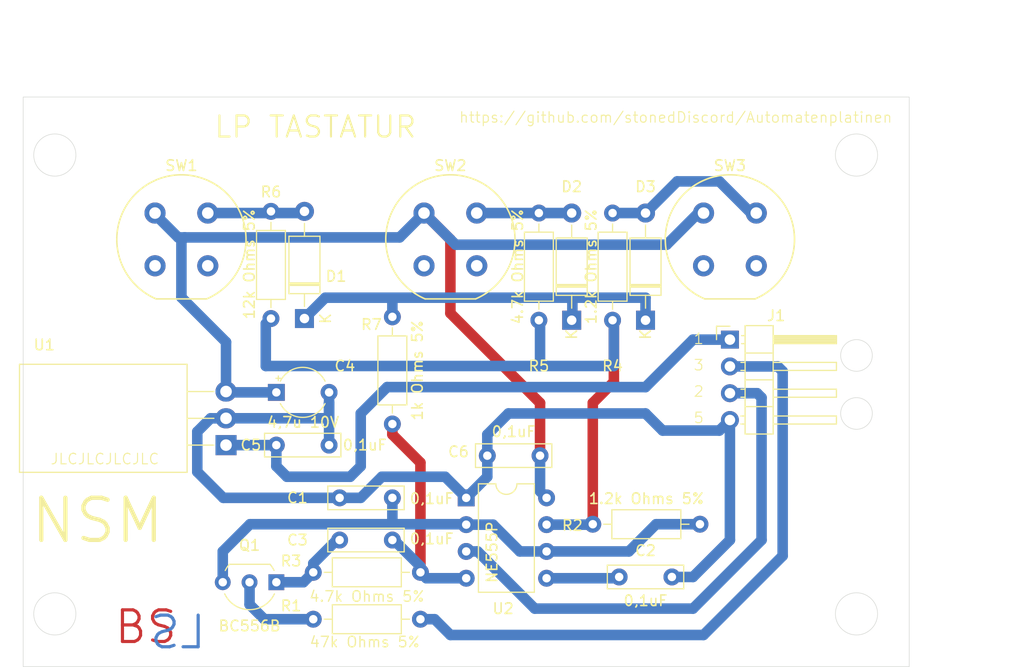
<source format=kicad_pcb>
(kicad_pcb (version 20240108) (generator "pcbnew") (generator_version "8.0")
  (layers (0 "F.Cu" signal) (31 "B.Cu" signal) (34 "B.Paste" user) (35 "F.Paste" user) (36 "B.SilkS" user "B.Silkscreen") (37 "F.SilkS" user "F.Silkscreen") (38 "B.Mask" user) (39 "F.Mask" user) (44 "Edge.Cuts" user))
  (net 0 "")
  (net 7 "GND")
  (net 8 "VCC")
  (net 9 "LINE")
  (net 10 "Net-(D1-A)")
  (net 11 "Net-(D2-A)")
  (net 12 "Net-(D3-A)")
  (net 13 "Net-(Q1-C)")
  (net 14 "Net-(D1-K)")
  (net 15 "Net-(Q1-E)")
  (net 16 "Net-(U2-CV)")
  (net 17 "Net-(J1-Pin_3)")
  (net 18 "Net-(J1-Pin_2)")
  (net 19 "Net-(U2-R)")
  (net 20 "Net-(Q1-B)")
  (net 21 "Net-(U2-DIS)")
  (footprint "Button_Switch_THT:Push_E-Switch_KS01Q01" (layer "F.Cu") (at 125 65)
    (property "Reference" "SW2" (at 2.5 -4.5 0) (layer "F.SilkS"))
    (property "Value" "SW_Push_Dual")
    (fp_line (start 4.89 8.14) (end 0.11 8.14) (stroke (width 0.15)) (layer "F.SilkS"))
    (fp_arc (start 0.11 8.14) (mid 2.496283 -3.625495) (end 4.896843 8.137095) (stroke (width 0.15)) (layer "F.SilkS"))
    (pad "1" thru_hole circle (at 0 0) (size 2 2) (drill 1.1) (layers "*.Cu" "*.Mask") (net 8 "VCC"))
    (pad "2" thru_hole circle (at 5 0) (size 2 2) (drill 1.1) (layers "*.Cu" "*.Mask") (net 11 "Net-(D2-A)"))
    (pad "3" thru_hole circle (at 0 5) (size 2 2) (drill 1.1) (layers "*.Cu" "*.Mask"))
    (pad "4" thru_hole circle (at 5 5) (size 2 2) (drill 1.1) (layers "*.Cu" "*.Mask"))
  )
  (footprint "Diode_THT:D_A-405_P10.16mm_Horizontal" (layer "F.Cu") (at 139 75.16 90)
    (property "Reference" "D2" (at 12.66 0 180) (layer "F.SilkS"))
    (property "Value" "D")
    (fp_line (start 7.8 -1.47) (end 2.36 -1.47) (stroke (width 0.12)) (layer "F.SilkS"))
    (fp_line (start 3.38 -1.47) (end 3.38 1.47) (stroke (width 0.12)) (layer "F.SilkS"))
    (fp_line (start 3.26 -1.47) (end 3.26 1.47) (stroke (width 0.12)) (layer "F.SilkS"))
    (fp_line (start 3.14 -1.47) (end 3.14 1.47) (stroke (width 0.12)) (layer "F.SilkS"))
    (fp_line (start 2.36 -1.47) (end 2.36 1.47) (stroke (width 0.12)) (layer "F.SilkS"))
    (fp_line (start 9.02 0) (end 7.8 0) (stroke (width 0.12)) (layer "F.SilkS"))
    (fp_line (start 1.14 0) (end 2.36 0) (stroke (width 0.12)) (layer "F.SilkS"))
    (fp_line (start 7.8 1.47) (end 7.8 -1.47) (stroke (width 0.12)) (layer "F.SilkS"))
    (fp_line (start 2.36 1.47) (end 7.8 1.47) (stroke (width 0.12)) (layer "F.SilkS"))
    (fp_text user "K" (at -1.34 0 90) (layer "F.SilkS"))
    (pad "1" thru_hole rect (at 0 0 90) (size 1.8 1.8) (drill 0.9) (layers "*.Cu" "*.Mask") (net 14 "Net-(D1-K)"))
    (pad "2" thru_hole oval (at 10.16 0 90) (size 1.8 1.8) (drill 0.9) (layers "*.Cu" "*.Mask") (net 11 "Net-(D2-A)"))
  )
  (footprint "Package_DIP:DIP-8_W7.62mm" (layer "F.Cu") (at 129 92)
    (property "Reference" "U2" (at 3.5 10.5 0) (layer "F.SilkS"))
    (property "Value" "NE555P" (at 2.445 5.155 90) (layer "F.SilkS"))
    (fp_line (start 1.16 -1.33) (end 1.16 8.95) (stroke (width 0.12)) (layer "F.SilkS"))
    (fp_line (start 1.16 8.95) (end 6.46 8.95) (stroke (width 0.12)) (layer "F.SilkS"))
    (fp_line (start 2.81 -1.33) (end 1.16 -1.33) (stroke (width 0.12)) (layer "F.SilkS"))
    (fp_line (start 6.46 -1.33) (end 4.81 -1.33) (stroke (width 0.12)) (layer "F.SilkS"))
    (fp_line (start 6.46 8.95) (end 6.46 -1.33) (stroke (width 0.12)) (layer "F.SilkS"))
    (fp_arc (start 4.81 -1.33) (mid 3.81 -0.33) (end 2.81 -1.33) (stroke (width 0.12)) (layer "F.SilkS"))
    (pad "1" thru_hole rect (at 0 0) (size 1.6 1.6) (drill 0.8) (layers "*.Cu" "*.Mask") (net 7 "GND"))
    (pad "2" thru_hole oval (at 0 2.54) (size 1.6 1.6) (drill 0.8) (layers "*.Cu" "*.Mask") (net 15 "Net-(Q1-E)"))
    (pad "3" thru_hole oval (at 0 5.08) (size 1.6 1.6) (drill 0.8) (layers "*.Cu" "*.Mask") (net 17 "Net-(J1-Pin_3)"))
    (pad "4" thru_hole oval (at 0 7.62) (size 1.6 1.6) (drill 0.8) (layers "*.Cu" "*.Mask") (net 19 "Net-(U2-R)"))
    (pad "5" thru_hole oval (at 7.62 7.62) (size 1.6 1.6) (drill 0.8) (layers "*.Cu" "*.Mask") (net 16 "Net-(U2-CV)"))
    (pad "6" thru_hole oval (at 7.62 5.08) (size 1.6 1.6) (drill 0.8) (layers "*.Cu" "*.Mask") (net 15 "Net-(Q1-E)"))
    (pad "7" thru_hole oval (at 7.62 2.54) (size 1.6 1.6) (drill 0.8) (layers "*.Cu" "*.Mask") (net 21 "Net-(U2-DIS)"))
    (pad "8" thru_hole oval (at 7.62 0) (size 1.6 1.6) (drill 0.8) (layers "*.Cu" "*.Mask") (net 8 "VCC"))
  )
  (footprint "Capacitor_THT:C_Rect_L7.0mm_W2.0mm_P5.00mm" (layer "F.Cu") (at 117 96)
    (property "Reference" "C3" (at -4 0 0) (layer "F.SilkS"))
    (property "Value" "0,1uF" (at 8.73 -0.115 0) (layer "F.SilkS"))
    (fp_line (start -1.12 -1.12) (end -1.12 1.12) (stroke (width 0.12)) (layer "F.SilkS"))
    (fp_line (start -1.12 -1.12) (end 6.12 -1.12) (stroke (width 0.12)) (layer "F.SilkS"))
    (fp_line (start -1.12 1.12) (end 6.12 1.12) (stroke (width 0.12)) (layer "F.SilkS"))
    (fp_line (start 6.12 -1.12) (end 6.12 1.12) (stroke (width 0.12)) (layer "F.SilkS"))
    (pad "1" thru_hole circle (at 0 0) (size 1.6 1.6) (drill 0.8) (layers "*.Cu" "*.Mask") (net 13 "Net-(Q1-C)"))
    (pad "2" thru_hole circle (at 5 0) (size 1.6 1.6) (drill 0.8) (layers "*.Cu" "*.Mask") (net 19 "Net-(U2-R)"))
  )
  (footprint "Button_Switch_THT:Push_E-Switch_KS01Q01" (layer "F.Cu") (at 151.5 65)
    (property "Reference" "SW3" (at 2.5 -4.5 0) (layer "F.SilkS"))
    (property "Value" "SW_Push_Dual")
    (fp_line (start 4.89 8.14) (end 0.11 8.14) (stroke (width 0.15)) (layer "F.SilkS"))
    (fp_arc (start 0.11 8.14) (mid 2.496283 -3.625495) (end 4.896843 8.137095) (stroke (width 0.15)) (layer "F.SilkS"))
    (pad "1" thru_hole circle (at 0 0) (size 2 2) (drill 1.1) (layers "*.Cu" "*.Mask") (net 8 "VCC"))
    (pad "2" thru_hole circle (at 5 0) (size 2 2) (drill 1.1) (layers "*.Cu" "*.Mask") (net 12 "Net-(D3-A)"))
    (pad "3" thru_hole circle (at 0 5) (size 2 2) (drill 1.1) (layers "*.Cu" "*.Mask"))
    (pad "4" thru_hole circle (at 5 5) (size 2 2) (drill 1.1) (layers "*.Cu" "*.Mask"))
  )
  (footprint "Package_TO_SOT_THT:TO-220-3_Horizontal_TabDown" (layer "F.Cu") (at 106.23 87 90)
    (property "Reference" "U1" (at 9.5 -17.23 180) (layer "F.SilkS"))
    (property "Value" "L7805")
    (fp_line (start 7.66 -19.58) (end 7.66 -3.69) (stroke (width 0.12)) (layer "F.SilkS"))
    (fp_line (start -2.58 -19.58) (end 7.66 -19.58) (stroke (width 0.12)) (layer "F.SilkS"))
    (fp_line (start -2.58 -19.58) (end -2.58 -3.69) (stroke (width 0.12)) (layer "F.SilkS"))
    (fp_line (start 5.08 -3.69) (end 5.08 -1.15) (stroke (width 0.12)) (layer "F.SilkS"))
    (fp_line (start 2.54 -3.69) (end 2.54 -1.15) (stroke (width 0.12)) (layer "F.SilkS"))
    (fp_line (start 0 -3.69) (end 0 -1.15) (stroke (width 0.12)) (layer "F.SilkS"))
    (fp_line (start -2.58 -3.69) (end 7.66 -3.69) (stroke (width 0.12)) (layer "F.SilkS"))
    (pad "" np_thru_hole circle (at 2.54 -16.66 90) (size 3.5 3.5) (drill 3.5) (layers "*.Cu" "*.Mask"))
    (pad "1" thru_hole rect (at 0 0 90) (size 1.905 2) (drill 1.1) (layers "*.Cu" "*.Mask") (net 9 "LINE"))
    (pad "2" thru_hole oval (at 2.54 0 90) (size 1.905 2) (drill 1.1) (layers "*.Cu" "*.Mask") (net 7 "GND"))
    (pad "3" thru_hole oval (at 5.08 0 90) (size 1.905 2) (drill 1.1) (layers "*.Cu" "*.Mask") (net 8 "VCC"))
  )
  (footprint "Resistor_THT:R_Axial_DIN0207_L6.3mm_D2.5mm_P10.16mm_Horizontal" (layer "F.Cu") (at 135.89 75.16 90)
    (property "Reference" "R5" (at -4.34 0 180) (layer "F.SilkS"))
    (property "Value" "4.7k Ohms 5%" (at 5.08 -2.015 90) (layer "F.SilkS"))
    (fp_line (start 8.35 -1.37) (end 1.81 -1.37) (stroke (width 0.12)) (layer "F.SilkS"))
    (fp_line (start 1.81 -1.37) (end 1.81 1.37) (stroke (width 0.12)) (layer "F.SilkS"))
    (fp_line (start 9.12 0) (end 8.35 0) (stroke (width 0.12)) (layer "F.SilkS"))
    (fp_line (start 1.04 0) (end 1.81 0) (stroke (width 0.12)) (layer "F.SilkS"))
    (fp_line (start 8.35 1.37) (end 8.35 -1.37) (stroke (width 0.12)) (layer "F.SilkS"))
    (fp_line (start 1.81 1.37) (end 8.35 1.37) (stroke (width 0.12)) (layer "F.SilkS"))
    (pad "1" thru_hole circle (at 0 0 90) (size 1.6 1.6) (drill 0.8) (layers "*.Cu" "*.Mask") (net 21 "Net-(U2-DIS)"))
    (pad "2" thru_hole oval (at 10.16 0 90) (size 1.6 1.6) (drill 0.8) (layers "*.Cu" "*.Mask") (net 11 "Net-(D2-A)"))
  )
  (footprint "Capacitor_THT:C_Rect_L7.0mm_W2.0mm_P5.00mm" (layer "F.Cu") (at 117 92)
    (property "Reference" "C1" (at -4 0 0) (layer "F.SilkS"))
    (property "Value" "0,1uF" (at 8.73 0.075 0) (layer "F.SilkS"))
    (fp_line (start -1.12 -1.12) (end -1.12 1.12) (stroke (width 0.12)) (layer "F.SilkS"))
    (fp_line (start -1.12 -1.12) (end 6.12 -1.12) (stroke (width 0.12)) (layer "F.SilkS"))
    (fp_line (start -1.12 1.12) (end 6.12 1.12) (stroke (width 0.12)) (layer "F.SilkS"))
    (fp_line (start 6.12 -1.12) (end 6.12 1.12) (stroke (width 0.12)) (layer "F.SilkS"))
    (pad "1" thru_hole circle (at 0 0) (size 1.6 1.6) (drill 0.8) (layers "*.Cu" "*.Mask") (net 7 "GND"))
    (pad "2" thru_hole circle (at 5 0) (size 1.6 1.6) (drill 0.8) (layers "*.Cu" "*.Mask") (net 15 "Net-(Q1-E)"))
  )
  (footprint "Resistor_THT:R_Axial_DIN0207_L6.3mm_D2.5mm_P10.16mm_Horizontal" (layer "F.Cu") (at 110.49 75 90)
    (property "Reference" "R6" (at 12 0 180) (layer "F.SilkS"))
    (property "Value" "12k Ohms 5%" (at 5.15 -2.05 90) (layer "F.SilkS"))
    (fp_line (start 8.35 -1.37) (end 1.81 -1.37) (stroke (width 0.12)) (layer "F.SilkS"))
    (fp_line (start 1.81 -1.37) (end 1.81 1.37) (stroke (width 0.12)) (layer "F.SilkS"))
    (fp_line (start 9.12 0) (end 8.35 0) (stroke (width 0.12)) (layer "F.SilkS"))
    (fp_line (start 1.04 0) (end 1.81 0) (stroke (width 0.12)) (layer "F.SilkS"))
    (fp_line (start 8.35 1.37) (end 8.35 -1.37) (stroke (width 0.12)) (layer "F.SilkS"))
    (fp_line (start 1.81 1.37) (end 8.35 1.37) (stroke (width 0.12)) (layer "F.SilkS"))
    (pad "1" thru_hole circle (at 0 0 90) (size 1.6 1.6) (drill 0.8) (layers "*.Cu" "*.Mask") (net 21 "Net-(U2-DIS)"))
    (pad "2" thru_hole oval (at 10.16 0 90) (size 1.6 1.6) (drill 0.8) (layers "*.Cu" "*.Mask") (net 10 "Net-(D1-A)"))
  )
  (footprint "Resistor_THT:R_Axial_DIN0207_L6.3mm_D2.5mm_P10.16mm_Horizontal" (layer "F.Cu") (at 114.5 103.505)
    (property "Reference" "R1" (at -2.105 -1.27 0) (layer "F.SilkS"))
    (property "Value" "47k Ohms 5%" (at 4.88 2.159 0) (layer "F.SilkS") (effects (font (thickness 0.125))))
    (fp_line (start 1.04 0) (end 1.81 0) (stroke (width 0.12)) (layer "F.SilkS"))
    (fp_line (start 1.81 -1.37) (end 1.81 1.37) (stroke (width 0.12)) (layer "F.SilkS"))
    (fp_line (start 1.81 1.37) (end 8.35 1.37) (stroke (width 0.12)) (layer "F.SilkS"))
    (fp_line (start 8.35 -1.37) (end 1.81 -1.37) (stroke (width 0.12)) (layer "F.SilkS"))
    (fp_line (start 8.35 1.37) (end 8.35 -1.37) (stroke (width 0.12)) (layer "F.SilkS"))
    (fp_line (start 9.12 0) (end 8.35 0) (stroke (width 0.12)) (layer "F.SilkS"))
    (pad "1" thru_hole circle (at 0 0) (size 1.6 1.6) (drill 0.8) (layers "*.Cu" "*.Mask") (net 20 "Net-(Q1-B)"))
    (pad "2" thru_hole oval (at 10.16 0) (size 1.6 1.6) (drill 0.8) (layers "*.Cu" "*.Mask") (net 18 "Net-(J1-Pin_2)"))
  )
  (footprint "Resistor_THT:R_Axial_DIN0207_L6.3mm_D2.5mm_P10.16mm_Horizontal" (layer "F.Cu") (at 142.875 75.16 90)
    (property "Reference" "R4" (at -4.34 0 180) (layer "F.SilkS"))
    (property "Value" "1.2k Ohms 5%" (at 5.08 -2.03 90) (layer "F.SilkS"))
    (fp_line (start 8.35 -1.37) (end 1.81 -1.37) (stroke (width 0.12)) (layer "F.SilkS"))
    (fp_line (start 1.81 -1.37) (end 1.81 1.37) (stroke (width 0.12)) (layer "F.SilkS"))
    (fp_line (start 9.12 0) (end 8.35 0) (stroke (width 0.12)) (layer "F.SilkS"))
    (fp_line (start 1.04 0) (end 1.81 0) (stroke (width 0.12)) (layer "F.SilkS"))
    (fp_line (start 8.35 1.37) (end 8.35 -1.37) (stroke (width 0.12)) (layer "F.SilkS"))
    (fp_line (start 1.81 1.37) (end 8.35 1.37) (stroke (width 0.12)) (layer "F.SilkS"))
    (pad "1" thru_hole circle (at 0 0 90) (size 1.6 1.6) (drill 0.8) (layers "*.Cu" "*.Mask") (net 21 "Net-(U2-DIS)"))
    (pad "2" thru_hole oval (at 10.16 0 90) (size 1.6 1.6) (drill 0.8) (layers "*.Cu" "*.Mask") (net 12 "Net-(D3-A)"))
  )
  (footprint "Resistor_THT:R_Axial_DIN0207_L6.3mm_D2.5mm_P10.16mm_Horizontal" (layer "F.Cu") (at 114.5 99.06)
    (property "Reference" "R3" (at -2.105 -1.075 0) (layer "F.SilkS"))
    (property "Value" "4.7k Ohms 5%" (at 5.08 2.286 0) (layer "F.SilkS") (effects (font (thickness 0.125))))
    (fp_line (start 1.04 0) (end 1.81 0) (stroke (width 0.12)) (layer "F.SilkS"))
    (fp_line (start 1.81 -1.37) (end 1.81 1.37) (stroke (width 0.12)) (layer "F.SilkS"))
    (fp_line (start 1.81 1.37) (end 8.35 1.37) (stroke (width 0.12)) (layer "F.SilkS"))
    (fp_line (start 8.35 -1.37) (end 1.81 -1.37) (stroke (width 0.12)) (layer "F.SilkS"))
    (fp_line (start 8.35 1.37) (end 8.35 -1.37) (stroke (width 0.12)) (layer "F.SilkS"))
    (fp_line (start 9.12 0) (end 8.35 0) (stroke (width 0.12)) (layer "F.SilkS"))
    (pad "1" thru_hole circle (at 0 0) (size 1.6 1.6) (drill 0.8) (layers "*.Cu" "*.Mask") (net 13 "Net-(Q1-C)"))
    (pad "2" thru_hole oval (at 10.16 0) (size 1.6 1.6) (drill 0.8) (layers "*.Cu" "*.Mask") (net 19 "Net-(U2-R)"))
  )
  (footprint "Capacitor_THT:C_Rect_L7.0mm_W2.0mm_P5.00mm" (layer "F.Cu") (at 131 88)
    (property "Reference" "C6" (at -2.73 -0.37 0) (layer "F.SilkS"))
    (property "Value" "0,1uF" (at 2.5 -2.275 0) (layer "F.SilkS"))
    (fp_line (start -1.12 -1.12) (end -1.12 1.12) (stroke (width 0.12)) (layer "F.SilkS"))
    (fp_line (start -1.12 -1.12) (end 6.12 -1.12) (stroke (width 0.12)) (layer "F.SilkS"))
    (fp_line (start -1.12 1.12) (end 6.12 1.12) (stroke (width 0.12)) (layer "F.SilkS"))
    (fp_line (start 6.12 -1.12) (end 6.12 1.12) (stroke (width 0.12)) (layer "F.SilkS"))
    (pad "1" thru_hole circle (at 0 0) (size 1.6 1.6) (drill 0.8) (layers "*.Cu" "*.Mask") (net 7 "GND"))
    (pad "2" thru_hole circle (at 5 0) (size 1.6 1.6) (drill 0.8) (layers "*.Cu" "*.Mask") (net 8 "VCC"))
  )
  (footprint "Button_Switch_THT:Push_E-Switch_KS01Q01" (layer "F.Cu") (at 99.5 65)
    (property "Reference" "SW1" (at 2.5 -4.5 0) (layer "F.SilkS"))
    (property "Value" "SW_Push_Dual")
    (fp_line (start 4.89 8.14) (end 0.11 8.14) (stroke (width 0.15)) (layer "F.SilkS"))
    (fp_arc (start 0.11 8.14) (mid 2.496283 -3.625495) (end 4.896843 8.137095) (stroke (width 0.15)) (layer "F.SilkS"))
    (pad "1" thru_hole circle (at 0 0) (size 2 2) (drill 1.1) (layers "*.Cu" "*.Mask") (net 8 "VCC"))
    (pad "2" thru_hole circle (at 5 0) (size 2 2) (drill 1.1) (layers "*.Cu" "*.Mask") (net 10 "Net-(D1-A)"))
    (pad "3" thru_hole circle (at 0 5) (size 2 2) (drill 1.1) (layers "*.Cu" "*.Mask"))
    (pad "4" thru_hole circle (at 5 5) (size 2 2) (drill 1.1) (layers "*.Cu" "*.Mask"))
  )
  (footprint "Diode_THT:D_A-405_P10.16mm_Horizontal" (layer "F.Cu") (at 113.665 75 90)
    (property "Reference" "D1" (at 4 3 180) (layer "F.SilkS"))
    (property "Value" "D")
    (fp_line (start 7.8 -1.47) (end 2.36 -1.47) (stroke (width 0.12)) (layer "F.SilkS"))
    (fp_line (start 3.38 -1.47) (end 3.38 1.47) (stroke (width 0.12)) (layer "F.SilkS"))
    (fp_line (start 3.26 -1.47) (end 3.26 1.47) (stroke (width 0.12)) (layer "F.SilkS"))
    (fp_line (start 3.14 -1.47) (end 3.14 1.47) (stroke (width 0.12)) (layer "F.SilkS"))
    (fp_line (start 2.36 -1.47) (end 2.36 1.47) (stroke (width 0.12)) (layer "F.SilkS"))
    (fp_line (start 9.02 0) (end 7.8 0) (stroke (width 0.12)) (layer "F.SilkS"))
    (fp_line (start 1.14 0) (end 2.36 0) (stroke (width 0.12)) (layer "F.SilkS"))
    (fp_line (start 7.8 1.47) (end 7.8 -1.47) (stroke (width 0.12)) (layer "F.SilkS"))
    (fp_line (start 2.36 1.47) (end 7.8 1.47) (stroke (width 0.12)) (layer "F.SilkS"))
    (fp_text user "K" (at 0 2 90) (layer "F.SilkS"))
    (pad "1" thru_hole rect (at 0 0 90) (size 1.8 1.8) (drill 0.9) (layers "*.Cu" "*.Mask") (net 14 "Net-(D1-K)"))
    (pad "2" thru_hole oval (at 10.16 0 90) (size 1.8 1.8) (drill 0.9) (layers "*.Cu" "*.Mask") (net 10 "Net-(D1-A)"))
  )
  (footprint "Capacitor_THT:C_Rect_L7.0mm_W2.0mm_P5.00mm" (layer "F.Cu") (at 143.5 99.5)
    (property "Reference" "C2" (at 2.5 -2.5 0) (layer "F.SilkS"))
    (property "Value" "0,1uF" (at 2.5 2.25 0) (layer "F.SilkS"))
    (fp_line (start -1.12 -1.12) (end -1.12 1.12) (stroke (width 0.12)) (layer "F.SilkS"))
    (fp_line (start -1.12 -1.12) (end 6.12 -1.12) (stroke (width 0.12)) (layer "F.SilkS"))
    (fp_line (start -1.12 1.12) (end 6.12 1.12) (stroke (width 0.12)) (layer "F.SilkS"))
    (fp_line (start 6.12 -1.12) (end 6.12 1.12) (stroke (width 0.12)) (layer "F.SilkS"))
    (pad "1" thru_hole circle (at 0 0) (size 1.6 1.6) (drill 0.8) (layers "*.Cu" "*.Mask") (net 16 "Net-(U2-CV)"))
    (pad "2" thru_hole circle (at 5 0) (size 1.6 1.6) (drill 0.8) (layers "*.Cu" "*.Mask") (net 7 "GND"))
  )
  (footprint "Resistor_THT:R_Axial_DIN0207_L6.3mm_D2.5mm_P10.16mm_Horizontal" (layer "F.Cu") (at 141 94.5)
    (property "Reference" "R2" (at -1.935 0.115 0) (layer "F.SilkS"))
    (property "Value" "1.2k Ohms 5%" (at 5.08 -2.425 0) (layer "F.SilkS"))
    (fp_line (start 1.04 0) (end 1.81 0) (stroke (width 0.12)) (layer "F.SilkS"))
    (fp_line (start 1.81 -1.37) (end 1.81 1.37) (stroke (width 0.12)) (layer "F.SilkS"))
    (fp_line (start 1.81 1.37) (end 8.35 1.37) (stroke (width 0.12)) (layer "F.SilkS"))
    (fp_line (start 8.35 -1.37) (end 1.81 -1.37) (stroke (width 0.12)) (layer "F.SilkS"))
    (fp_line (start 8.35 1.37) (end 8.35 -1.37) (stroke (width 0.12)) (layer "F.SilkS"))
    (fp_line (start 9.12 0) (end 8.35 0) (stroke (width 0.12)) (layer "F.SilkS"))
    (pad "1" thru_hole circle (at 0 0) (size 1.6 1.6) (drill 0.8) (layers "*.Cu" "*.Mask") (net 21 "Net-(U2-DIS)"))
    (pad "2" thru_hole oval (at 10.16 0) (size 1.6 1.6) (drill 0.8) (layers "*.Cu" "*.Mask") (net 15 "Net-(Q1-E)"))
  )
  (footprint "Capacitor_THT:C_Rect_L7.0mm_W2.0mm_P5.00mm" (layer "F.Cu") (at 111 87)
    (property "Reference" "C5" (at -2.415 -0.005 0) (layer "F.SilkS"))
    (property "Value" "0,1uF" (at 8.38 -0.005 0) (layer "F.SilkS"))
    (fp_line (start -1.12 -1.12) (end -1.12 1.12) (stroke (width 0.12)) (layer "F.SilkS"))
    (fp_line (start -1.12 -1.12) (end 6.12 -1.12) (stroke (width 0.12)) (layer "F.SilkS"))
    (fp_line (start -1.12 1.12) (end 6.12 1.12) (stroke (width 0.12)) (layer "F.SilkS"))
    (fp_line (start 6.12 -1.12) (end 6.12 1.12) (stroke (width 0.12)) (layer "F.SilkS"))
    (pad "1" thru_hole circle (at 0 0) (size 1.6 1.6) (drill 0.8) (layers "*.Cu" "*.Mask") (net 9 "LINE"))
    (pad "2" thru_hole circle (at 5 0) (size 1.6 1.6) (drill 0.8) (layers "*.Cu" "*.Mask") (net 7 "GND"))
  )
  (footprint "Resistor_THT:R_Axial_DIN0207_L6.3mm_D2.5mm_P10.16mm_Horizontal" (layer "F.Cu") (at 122 85 90)
    (property "Reference" "R7" (at 9.435 -1.985 180) (layer "F.SilkS"))
    (property "Value" "1k Ohms 5%" (at 5.08 2.37 90) (layer "F.SilkS"))
    (fp_line (start 8.35 -1.37) (end 1.81 -1.37) (stroke (width 0.12)) (layer "F.SilkS"))
    (fp_line (start 1.81 -1.37) (end 1.81 1.37) (stroke (width 0.12)) (layer "F.SilkS"))
    (fp_line (start 9.12 0) (end 8.35 0) (stroke (width 0.12)) (layer "F.SilkS"))
    (fp_line (start 1.04 0) (end 1.81 0) (stroke (width 0.12)) (layer "F.SilkS"))
    (fp_line (start 8.35 1.37) (end 8.35 -1.37) (stroke (width 0.12)) (layer "F.SilkS"))
    (fp_line (start 1.81 1.37) (end 8.35 1.37) (stroke (width 0.12)) (layer "F.SilkS"))
    (pad "1" thru_hole circle (at 0 0 90) (size 1.6 1.6) (drill 0.8) (layers "*.Cu" "*.Mask") (net 19 "Net-(U2-R)"))
    (pad "2" thru_hole oval (at 10.16 0 90) (size 1.6 1.6) (drill 0.8) (layers "*.Cu" "*.Mask") (net 14 "Net-(D1-K)"))
  )
  (footprint "Capacitor_THT:CP_Radial_Tantal_D4.5mm_P5.00mm" (layer "F.Cu") (at 111 82)
    (property "Reference" "C4" (at 6.5 -2.5 0) (layer "F.SilkS"))
    (property "Value" "4,7u 10V" (at 2.538 2.836 0) (layer "F.SilkS"))
    (fp_line (start -0.037288 -1.335) (end 0.412712 -1.335) (stroke (width 0.12)) (layer "F.SilkS"))
    (fp_line (start 0.187712 -1.56) (end 0.187712 -1.11) (stroke (width 0.12)) (layer "F.SilkS"))
    (fp_arc (start 0.380259 -1.06) (mid 2.5 -2.37) (end 4.619741 -1.06) (stroke (width 0.12)) (layer "F.SilkS"))
    (fp_arc (start 4.619741 1.06) (mid 2.5 2.37) (end 0.380259 1.06) (stroke (width 0.12)) (layer "F.SilkS"))
    (pad "1" thru_hole rect (at 0 0) (size 1.6 1.6) (drill 0.8) (layers "*.Cu" "*.Mask") (net 8 "VCC"))
    (pad "2" thru_hole circle (at 5 0) (size 1.6 1.6) (drill 0.8) (layers "*.Cu" "*.Mask") (net 7 "GND"))
  )
  (footprint "Diode_THT:D_A-405_P10.16mm_Horizontal" (layer "F.Cu") (at 146 75.16 90)
    (property "Reference" "D3" (at 12.66 0 180) (layer "F.SilkS"))
    (property "Value" "D")
    (fp_line (start 7.8 -1.47) (end 2.36 -1.47) (stroke (width 0.12)) (layer "F.SilkS"))
    (fp_line (start 3.38 -1.47) (end 3.38 1.47) (stroke (width 0.12)) (layer "F.SilkS"))
    (fp_line (start 3.26 -1.47) (end 3.26 1.47) (stroke (width 0.12)) (layer "F.SilkS"))
    (fp_line (start 3.14 -1.47) (end 3.14 1.47) (stroke (width 0.12)) (layer "F.SilkS"))
    (fp_line (start 2.36 -1.47) (end 2.36 1.47) (stroke (width 0.12)) (layer "F.SilkS"))
    (fp_line (start 9.02 0) (end 7.8 0) (stroke (width 0.12)) (layer "F.SilkS"))
    (fp_line (start 1.14 0) (end 2.36 0) (stroke (width 0.12)) (layer "F.SilkS"))
    (fp_line (start 7.8 1.47) (end 7.8 -1.47) (stroke (width 0.12)) (layer "F.SilkS"))
    (fp_line (start 2.36 1.47) (end 7.8 1.47) (stroke (width 0.12)) (layer "F.SilkS"))
    (fp_text user "K" (at -1.34 0 90) (layer "F.SilkS"))
    (pad "1" thru_hole rect (at 0 0 90) (size 1.8 1.8) (drill 0.9) (layers "*.Cu" "*.Mask") (net 14 "Net-(D1-K)"))
    (pad "2" thru_hole oval (at 10.16 0 90) (size 1.8 1.8) (drill 0.9) (layers "*.Cu" "*.Mask") (net 12 "Net-(D3-A)"))
  )
  (footprint "Package_TO_SOT_THT:TO-92L_Inline_Wide" (layer "F.Cu") (at 111 100 180)
    (property "Reference" "Q1" (at 2.54 3.5 180) (layer "F.SilkS"))
    (property "Value" "BC556B" (at 2.54 -4.14 180) (layer "F.SilkS"))
    (fp_line (start 0.6 1.7) (end 4.45 1.7) (stroke (width 0.12)) (layer "F.SilkS"))
    (fp_arc (start 4.842383 1.112264) (mid 4.666594 1.419753) (end 4.45 1.7) (stroke (width 0.12)) (layer "F.SilkS"))
    (fp_arc (start 2.54 -2.6) (mid 3.936979 -2.192818) (end 4.8964 -1.098807) (stroke (width 0.12)) (layer "F.SilkS"))
    (fp_arc (start 0.6 1.7) (mid 0.389183 1.423933) (end 0.217369 1.122045) (stroke (width 0.12)) (layer "F.SilkS"))
    (fp_arc (start 0.1836 -1.098807) (mid 1.143021 -2.192817) (end 2.54 -2.6) (stroke (width 0.12)) (layer "F.SilkS"))
    (pad "1" thru_hole rect (at 0 0 180) (size 1.5 1.5) (drill 0.8) (layers "*.Cu" "*.Mask") (net 13 "Net-(Q1-C)"))
    (pad "2" thru_hole circle (at 2.54 0 180) (size 1.5 1.5) (drill 0.8) (layers "*.Cu" "*.Mask") (net 20 "Net-(Q1-B)"))
    (pad "3" thru_hole circle (at 5.08 0 180) (size 1.5 1.5) (drill 0.8) (layers "*.Cu" "*.Mask") (net 15 "Net-(Q1-E)"))
  )
  (footprint "Connector_PinHeader_2.54mm:PinHeader_1x04_P2.54mm_Horizontal" (layer "F.Cu") (at 154 77)
    (property "Reference" "J1" (at 4.385 -2.27 0) (layer "F.SilkS"))
    (property "Value" "Conn_01x04")
    (fp_line (start -1.27 -1.27) (end 0 -1.27) (stroke (width 0.12)) (layer "F.SilkS"))
    (fp_line (start -1.27 0) (end -1.27 -1.27) (stroke (width 0.12)) (layer "F.SilkS"))
    (fp_line (start 1.042929 2.16) (end 1.44 2.16) (stroke (width 0.12)) (layer "F.SilkS"))
    (fp_line (start 1.042929 2.92) (end 1.44 2.92) (stroke (width 0.12)) (layer "F.SilkS"))
    (fp_line (start 1.042929 4.7) (end 1.44 4.7) (stroke (width 0.12)) (layer "F.SilkS"))
    (fp_line (start 1.042929 5.46) (end 1.44 5.46) (stroke (width 0.12)) (layer "F.SilkS"))
    (fp_line (start 1.042929 7.24) (end 1.44 7.24) (stroke (width 0.12)) (layer "F.SilkS"))
    (fp_line (start 1.042929 8) (end 1.44 8) (stroke (width 0.12)) (layer "F.SilkS"))
    (fp_line (start 1.11 -0.38) (end 1.44 -0.38) (stroke (width 0.12)) (layer "F.SilkS"))
    (fp_line (start 1.11 0.38) (end 1.44 0.38) (stroke (width 0.12)) (layer "F.SilkS"))
    (fp_line (start 1.44 -1.33) (end 1.44 8.95) (stroke (width 0.12)) (layer "F.SilkS"))
    (fp_line (start 1.44 1.27) (end 4.1 1.27) (stroke (width 0.12)) (layer "F.SilkS"))
    (fp_line (start 1.44 3.81) (end 4.1 3.81) (stroke (width 0.12)) (layer "F.SilkS"))
    (fp_line (start 1.44 6.35) (end 4.1 6.35) (stroke (width 0.12)) (layer "F.SilkS"))
    (fp_line (start 1.44 8.95) (end 4.1 8.95) (stroke (width 0.12)) (layer "F.SilkS"))
    (fp_line (start 4.1 -1.33) (end 1.44 -1.33) (stroke (width 0.12)) (layer "F.SilkS"))
    (fp_line (start 4.1 -0.38) (end 10.1 -0.38) (stroke (width 0.12)) (layer "F.SilkS"))
    (fp_line (start 4.1 -0.32) (end 10.1 -0.32) (stroke (width 0.12)) (layer "F.SilkS"))
    (fp_line (start 4.1 -0.2) (end 10.1 -0.2) (stroke (width 0.12)) (layer "F.SilkS"))
    (fp_line (start 4.1 -0.08) (end 10.1 -0.08) (stroke (width 0.12)) (layer "F.SilkS"))
    (fp_line (start 4.1 0.04) (end 10.1 0.04) (stroke (width 0.12)) (layer "F.SilkS"))
    (fp_line (start 4.1 0.16) (end 10.1 0.16) (stroke (width 0.12)) (layer "F.SilkS"))
    (fp_line (start 4.1 0.28) (end 10.1 0.28) (stroke (width 0.12)) (layer "F.SilkS"))
    (fp_line (start 4.1 2.16) (end 10.1 2.16) (stroke (width 0.12)) (layer "F.SilkS"))
    (fp_line (start 4.1 4.7) (end 10.1 4.7) (stroke (width 0.12)) (layer "F.SilkS"))
    (fp_line (start 4.1 7.24) (end 10.1 7.24) (stroke (width 0.12)) (layer "F.SilkS"))
    (fp_line (start 4.1 8.95) (end 4.1 -1.33) (stroke (width 0.12)) (layer "F.SilkS"))
    (fp_line (start 10.1 -0.38) (end 10.1 0.38) (stroke (width 0.12)) (layer "F.SilkS"))
    (fp_line (start 10.1 0.38) (end 4.1 0.38) (stroke (width 0.12)) (layer "F.SilkS"))
    (fp_line (start 10.1 2.16) (end 10.1 2.92) (stroke (width 0.12)) (layer "F.SilkS"))
    (fp_line (start 10.1 2.92) (end 4.1 2.92) (stroke (width 0.12)) (layer "F.SilkS"))
    (fp_line (start 10.1 4.7) (end 10.1 5.46) (stroke (width 0.12)) (layer "F.SilkS"))
    (fp_line (start 10.1 5.46) (end 4.1 5.46) (stroke (width 0.12)) (layer "F.SilkS"))
    (fp_line (start 10.1 7.24) (end 10.1 8) (stroke (width 0.12)) (layer "F.SilkS"))
    (fp_line (start 10.1 8) (end 4.1 8) (stroke (width 0.12)) (layer "F.SilkS"))
    (pad "1" thru_hole rect (at 0 0) (size 1.7 1.7) (drill 1) (layers "*.Cu" "*.Mask") (net 9 "LINE"))
    (pad "2" thru_hole oval (at 0 2.54) (size 1.7 1.7) (drill 1) (layers "*.Cu" "*.Mask") (net 18 "Net-(J1-Pin_2)"))
    (pad "3" thru_hole oval (at 0 5.08) (size 1.7 1.7) (drill 1) (layers "*.Cu" "*.Mask") (net 17 "Net-(J1-Pin_3)"))
    (pad "4" thru_hole oval (at 0 7.62) (size 1.7 1.7) (drill 1) (layers "*.Cu" "*.Mask") (net 7 "GND"))
  )
  (gr_circle (center 166 84) (end 167.5 84) (stroke (width 0.05)) (fill none) (layer "Edge.Cuts"))
  (gr_circle (center 166 103) (end 166 101) (stroke (width 0.05)) (fill none) (layer "Edge.Cuts"))
  (gr_circle (center 90 103) (end 90 101) (stroke (width 0.05)) (fill none) (layer "Edge.Cuts"))
  (gr_rect (start 87 54) (end 171 108) (stroke (width 0.05)) (fill none) (layer "Edge.Cuts"))
  (gr_circle (center 90 59.5) (end 90 57.5) (stroke (width 0.05)) (fill none) (layer "Edge.Cuts"))
  (gr_circle (center 166 78.5) (end 167.5 78.5) (stroke (width 0.05)) (fill none) (layer "Edge.Cuts"))
  (gr_circle (center 166 59.5) (end 166 57.5) (stroke (width 0.05)) (fill none) (layer "Edge.Cuts"))
  (gr_text "BS" (at 95.5 106 0) (layer "F.Cu") (effects (font (size 3 3) (thickness 0.3) (bold yes)) (justify left bottom)))
  (gr_text "LS" (at 104.5 106.5 0) (layer "B.Cu") (effects (font (size 3 3) (thickness 0.3) (bold yes)) (justify left bottom mirror)))
  (gr_text "3" (at 150.5 80 0) (layer "F.SilkS") (effects (font (size 1 1) (thickness 0.1)) (justify left bottom)))
  (gr_text "1" (at 150.5 77.5 0) (layer "F.SilkS") (effects (font (size 1 1) (thickness 0.1)) (justify left bottom)))
  (gr_text "JLCJLCJLCJLC" (at 89.535 88.9 0) (layer "F.SilkS") (effects (font (size 1 1) (thickness 0.1)) (justify left bottom)))
  (gr_text "https://github.com/stonedDiscord/Automatenplatinen" (at 128.27 56.515 0) (layer "F.SilkS") (effects (font (size 1 1) (thickness 0.1)) (justify left bottom)))
  (gr_text "2" (at 150.5 82.5 0) (layer "F.SilkS") (effects (font (size 1 1) (thickness 0.1)) (justify left bottom)))
  (gr_text "NSM" (at 87.5 96.5 0) (layer "F.SilkS") (effects (font (size 4 4) (thickness 0.4)) (justify left bottom)))
  (gr_text "5" (at 150.5 85 0) (layer "F.SilkS") (effects (font (size 1 1) (thickness 0.1)) (justify left bottom)))
  (gr_text "LP TASTATUR" (at 105 58 0) (layer "F.SilkS") (effects (font (size 2 2) (thickness 0.2)) (justify left bottom)))
  (segment (start 103.505 85.725) (end 104.77 84.46) (width 1) (layer "B.Cu") (net 7))
  (segment (start 106.235 84.455) (end 116 84.455) (width 1) (layer "B.Cu") (net 7))
  (segment (start 119 92) (end 121 90) (width 1) (layer "B.Cu") (net 7))
  (segment (start 127 90) (end 129 92) (width 1) (layer "B.Cu") (net 7))
  (segment (start 154 96) (end 154 84.62) (width 1) (layer "B.Cu") (net 7))
  (segment (start 117 92) (end 119 92) (width 1) (layer "B.Cu") (net 7))
  (segment (start 106.23 84.46) (end 106.235 84.455) (width 1) (layer "B.Cu") (net 7))
  (segment (start 116 82) (end 116 83) (width 1) (layer "B.Cu") (net 7))
  (segment (start 146 84) (end 133 84) (width 1) (layer "B.Cu") (net 7))
  (segment (start 131 88) (end 131 90) (width 1) (layer "B.Cu") (net 7))
  (segment (start 116 84.455) (end 116 83) (width 1) (layer "B.Cu") (net 7))
  (segment (start 104.77 84.46) (end 106.23 84.46) (width 1) (layer "B.Cu") (net 7))
  (segment (start 148.5 99.5) (end 150.5 99.5) (width 1) (layer "B.Cu") (net 7))
  (segment (start 105.97 92) (end 103.505 89.535) (width 1) (layer "B.Cu") (net 7))
  (segment (start 131 90) (end 129 92) (width 1) (layer "B.Cu") (net 7))
  (segment (start 116 83) (end 116 87) (width 1) (layer "B.Cu") (net 7))
  (segment (start 150.5 99.5) (end 154 96) (width 1) (layer "B.Cu") (net 7))
  (segment (start 121 90) (end 127 90) (width 1) (layer "B.Cu") (net 7))
  (segment (start 147.62 85.62) (end 146 84) (width 1) (layer "B.Cu") (net 7))
  (segment (start 103.505 89.535) (end 103.505 85.725) (width 1) (layer "B.Cu") (net 7))
  (segment (start 117 92) (end 105.97 92) (width 1) (layer "B.Cu") (net 7))
  (segment (start 133 84) (end 131 86) (width 1) (layer "B.Cu") (net 7))
  (segment (start 131 86) (end 131 88) (width 1) (layer "B.Cu") (net 7))
  (segment (start 154 84.62) (end 153 85.62) (width 1) (layer "B.Cu") (net 7))
  (segment (start 153 85.62) (end 147.62 85.62) (width 1) (layer "B.Cu") (net 7))
  (segment (start 136 88) (end 136 83) (width 1) (layer "F.Cu") (net 8))
  (segment (start 136 83) (end 127.5 74.5) (width 1) (layer "F.Cu") (net 8))
  (segment (start 127.5 67.5) (end 125 65) (width 1) (layer "F.Cu") (net 8))
  (segment (start 127.5 74.5) (end 127.5 67.5) (width 1) (layer "F.Cu") (net 8))
  (segment (start 102.31 67.31) (end 122.69 67.31) (width 1) (layer "B.Cu") (net 8))
  (segment (start 102.31 67.31) (end 101.69 67.31) (width 1) (layer "B.Cu") (net 8))
  (segment (start 128 68) (end 148 68) (width 1) (layer "B.Cu") (net 8))
  (segment (start 125 65) (end 128 68) (width 1) (layer "B.Cu") (net 8))
  (segment (start 99.5 65.12) (end 99.5 65) (width 1) (layer "B.Cu") (net 8))
  (segment (start 136 88) (end 136 91.38) (width 1) (layer "B.Cu") (net 8))
  (segment (start 148 68) (end 151 65) (width 1) (layer "B.Cu") (net 8))
  (segment (start 102 73) (end 102 67.62) (width 1) (layer "B.Cu") (net 8))
  (segment (start 106.31 82) (end 111 82) (width 1) (layer "B.Cu") (net 8))
  (segment (start 151 65) (end 151.5 65) (width 1) (layer "B.Cu") (net 8))
  (segment (start 106.23 81.92) (end 106.23 77.23) (width 1) (layer "B.Cu") (net 8))
  (segment (start 101.69 67.31) (end 99.5 65.12) (width 1) (layer "B.Cu") (net 8))
  (segment (start 136 91.38) (end 136.62 92) (width 1) (layer "B.Cu") (net 8))
  (segment (start 122.69 67.31) (end 125 65) (width 1) (layer "B.Cu") (net 8))
  (segment (start 106.23 81.92) (end 106.31 82) (width 1) (layer "B.Cu") (net 8))
  (segment (start 102 67.62) (end 102.31 67.31) (width 1) (layer "B.Cu") (net 8))
  (segment (start 106.23 77.23) (end 102 73) (width 1) (layer "B.Cu") (net 8))
  (segment (start 119 84) (end 121.5 81.5) (width 1) (layer "B.Cu") (net 9))
  (segment (start 121.5 81.5) (end 146 81.5) (width 1) (layer "B.Cu") (net 9))
  (segment (start 111 87) (end 111 89) (width 1) (layer "B.Cu") (net 9))
  (segment (start 106.23 87) (end 111 87) (width 1) (layer "B.Cu") (net 9))
  (segment (start 150.5 77) (end 154 77) (width 1) (layer "B.Cu") (net 9))
  (segment (start 111 89) (end 112 90) (width 1) (layer "B.Cu") (net 9))
  (segment (start 146 81.5) (end 150.5 77) (width 1) (layer "B.Cu") (net 9))
  (segment (start 112 90) (end 118 90) (width 1) (layer "B.Cu") (net 9))
  (segment (start 118 90) (end 119 89) (width 1) (layer "B.Cu") (net 9))
  (segment (start 119 89) (end 119 84) (width 1) (layer "B.Cu") (net 9))
  (segment (start 104.5 65) (end 113.505 65) (width 1) (layer "B.Cu") (net 10))
  (segment (start 113.505 65) (end 113.665 64.84) (width 1) (layer "B.Cu") (net 10))
  (segment (start 130 65) (end 139 65) (width 1) (layer "B.Cu") (net 11))
  (segment (start 149 62) (end 153 62) (width 1) (layer "B.Cu") (net 12))
  (segment (start 146 65) (end 149 62) (width 1) (layer "B.Cu") (net 12))
  (segment (start 142.875 65) (end 146 65) (width 1) (layer "B.Cu") (net 12))
  (segment (start 156 65) (end 156.5 65) (width 1) (layer "B.Cu") (net 12))
  (segment (start 153 62) (end 156 65) (width 1) (layer "B.Cu") (net 12))
  (segment (start 114.5 99.06) (end 114.5 98.225) (width 1) (layer "B.Cu") (net 13))
  (segment (start 111 100) (end 113.56 100) (width 1) (layer "B.Cu") (net 13))
  (segment (start 114.5 98.225) (end 116.725 96) (width 1) (layer "B.Cu") (net 13))
  (segment (start 113.56 100) (end 114.5 99.06) (width 1) (layer "B.Cu") (net 13))
  (segment (start 116.725 96) (end 117 96) (width 1) (layer "B.Cu") (net 13))
  (segment (start 139.065 75.095) (end 139 75.16) (width 1) (layer "B.Cu") (net 14))
  (segment (start 113.665 75) (end 115.64 73.025) (width 1) (layer "B.Cu") (net 14))
  (segment (start 139.065 73.025) (end 139.065 75.095) (width 1) (layer "B.Cu") (net 14))
  (segment (start 139.065 73.025) (end 146 73.025) (width 1) (layer "B.Cu") (net 14))
  (segment (start 115.64 73.025) (end 139.065 73.025) (width 1) (layer "B.Cu") (net 14))
  (segment (start 122 74.84) (end 122 73.5) (width 1) (layer "B.Cu") (net 14))
  (segment (start 146 73.025) (end 146 75.16) (width 1) (layer "B.Cu") (net 14))
  (segment (start 128.96 94.5) (end 122 94.5) (width 1) (layer "B.Cu") (net 15))
  (segment (start 136.62 97.08) (end 144.42 97.08) (width 1) (layer "B.Cu") (net 15))
  (segment (start 108.5 94.5) (end 105.92 97.08) (width 1) (layer "B.Cu") (net 15))
  (segment (start 134.08 97.08) (end 136.62 97.08) (width 1) (layer "B.Cu") (net 15))
  (segment (start 147 94.5) (end 151.16 94.5) (width 1) (layer "B.Cu") (net 15))
  (segment (start 129 94.54) (end 131.54 94.54) (width 1) (layer "B.Cu") (net 15))
  (segment (start 131.54 94.54) (end 134.08 97.08) (width 1) (layer "B.Cu") (net 15))
  (segment (start 144.42 97.08) (end 147 94.5) (width 1) (layer "B.Cu") (net 15))
  (segment (start 105.92 97.08) (end 105.92 100) (width 1) (layer "B.Cu") (net 15))
  (segment (start 129 94.54) (end 128.96 94.5) (width 1) (layer "B.Cu") (net 15))
  (segment (start 122 94.5) (end 108.5 94.5) (width 1) (layer "B.Cu") (net 15))
  (segment (start 122 92) (end 122 94.5) (width 1) (layer "B.Cu") (net 15))
  (segment (start 143.38 99.62) (end 143.5 99.5) (width 1) (layer "B.Cu") (net 16))
  (segment (start 136.62 99.62) (end 143.38 99.62) (width 1) (layer "B.Cu") (net 16))
  (segment (start 157 96) (end 150.5 102.5) (width 1) (layer "B.Cu") (net 17))
  (segment (start 150.5 102.5) (end 135.5 102.5) (width 1) (layer "B.Cu") (net 17))
  (segment (start 130.08 97.08) (end 129 97.08) (width 1) (layer "B.Cu") (net 17))
  (segment (start 154 82.08) (end 156.58 82.08) (width 1) (layer "B.Cu") (net 17))
  (segment (start 157 82.5) (end 157 96) (width 1) (layer "B.Cu") (net 17))
  (segment (start 135.5 102.5) (end 130.08 97.08) (width 1) (layer "B.Cu") (net 17))
  (segment (start 156.58 82.08) (end 157 82.5) (width 1) (layer "B.Cu") (net 17))
  (segment (start 159 97.5) (end 151.5 105) (width 1) (layer "B.Cu") (net 18))
  (segment (start 151.5 105) (end 127.5 105) (width 1) (layer "B.Cu") (net 18))
  (segment (start 158.54 79.54) (end 159 80) (width 1) (layer "B.Cu") (net 18))
  (segment (start 126.005 103.505) (end 124.66 103.505) (width 1) (layer "B.Cu") (net 18))
  (segment (start 127.5 105) (end 126.005 103.505) (width 1) (layer "B.Cu") (net 18))
  (segment (start 154 79.54) (end 158.54 79.54) (width 1) (layer "B.Cu") (net 18))
  (segment (start 159 80) (end 159 97.5) (width 1) (layer "B.Cu") (net 18))
  (segment (start 122 85) (end 122 86) (width 1) (layer "F.Cu") (net 19))
  (segment (start 122 86) (end 124.66 88.66) (width 1) (layer "F.Cu") (net 19))
  (segment (start 124.66 88.66) (end 124.66 99.06) (width 1) (layer "F.Cu") (net 19))
  (segment (start 125.22 99.62) (end 124.66 99.06) (width 1) (layer "B.Cu") (net 19))
  (segment (start 129 99.62) (end 125.22 99.62) (width 1) (layer "B.Cu") (net 19))
  (segment (start 124.66 99.06) (end 124.66 98.5075) (width 1) (layer "B.Cu") (net 19))
  (segment (start 124.66 98.5075) (end 122.1525 96) (width 1) (layer "B.Cu") (net 19))
  (segment (start 122.1525 96) (end 122 96) (width 1) (layer "B.Cu") (net 19))
  (segment (start 108.46 100) (end 108.46 102.11) (width 1) (layer "B.Cu") (net 20))
  (segment (start 108.46 102.11) (end 109.855 103.505) (width 1) (layer "B.Cu") (net 20))
  (segment (start 109.855 103.505) (end 114.5 103.505) (width 1) (layer "B.Cu") (net 20))
  (segment (start 143 75.285) (end 142.875 75.16) (width 1) (layer "F.Cu") (net 21))
  (segment (start 141 94.5) (end 141 83) (width 1) (layer "F.Cu") (net 21))
  (segment (start 141 83) (end 143 81) (width 1) (layer "F.Cu") (net 21))
  (segment (start 143 81) (end 143 75.285) (width 1) (layer "F.Cu") (net 21))
  (segment (start 143 75.285) (end 143 79.5) (width 1) (layer "B.Cu") (net 21))
  (segment (start 143 79.5) (end 110 79.5) (width 1) (layer "B.Cu") (net 21))
  (segment (start 135.89 75.16) (end 136 75.27) (width 1) (layer "B.Cu") (net 21))
  (segment (start 110 79.5) (end 110 75.49) (width 1) (layer "B.Cu") (net 21))
  (segment (start 142.875 75.16) (end 143 75.285) (width 1) (layer "B.Cu") (net 21))
  (segment (start 136.62 94.54) (end 140.96 94.54) (width 1) (layer "B.Cu") (net 21))
  (segment (start 140.96 94.54) (end 141 94.5) (width 1) (layer "B.Cu") (net 21))
  (segment (start 136 75.27) (end 136 79.5) (width 1) (layer "B.Cu") (net 21))
  (segment (start 110 75.49) (end 110.49 75) (width 1) (layer "B.Cu") (net 21))
)
</source>
